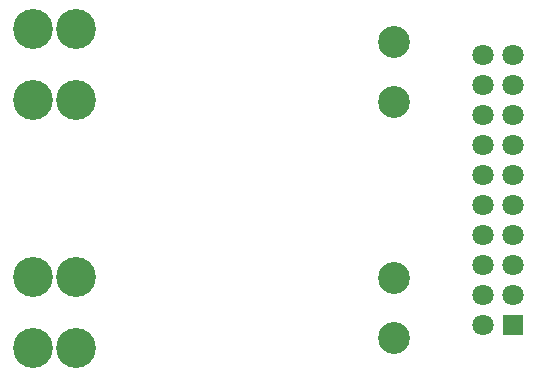
<source format=gbs>
G04*
G04 #@! TF.GenerationSoftware,Altium Limited,Altium Designer,18.1.9 (240)*
G04*
G04 Layer_Color=16711935*
%FSLAX25Y25*%
%MOIN*%
G70*
G01*
G75*
%ADD23C,0.10642*%
%ADD24C,0.13300*%
%ADD25R,0.07099X0.07099*%
%ADD26C,0.07099*%
D23*
X127953Y29370D02*
D03*
Y49370D02*
D03*
Y-29370D02*
D03*
Y-49370D02*
D03*
D24*
X7367Y53497D02*
D03*
X21767D02*
D03*
Y29875D02*
D03*
X7367D02*
D03*
Y-52802D02*
D03*
X21767D02*
D03*
Y-29180D02*
D03*
X7367D02*
D03*
D25*
X167402Y-45000D02*
D03*
D26*
X157402D02*
D03*
X167402Y-35000D02*
D03*
X157402D02*
D03*
X167402Y-25000D02*
D03*
X157402D02*
D03*
X167402Y-15000D02*
D03*
X157402D02*
D03*
X167402Y-5000D02*
D03*
X157402D02*
D03*
X167402Y5000D02*
D03*
X157402D02*
D03*
X167402Y15000D02*
D03*
X157402D02*
D03*
X167402Y25000D02*
D03*
X157402D02*
D03*
X167402Y35000D02*
D03*
X157402D02*
D03*
X167402Y45000D02*
D03*
X157402D02*
D03*
M02*

</source>
